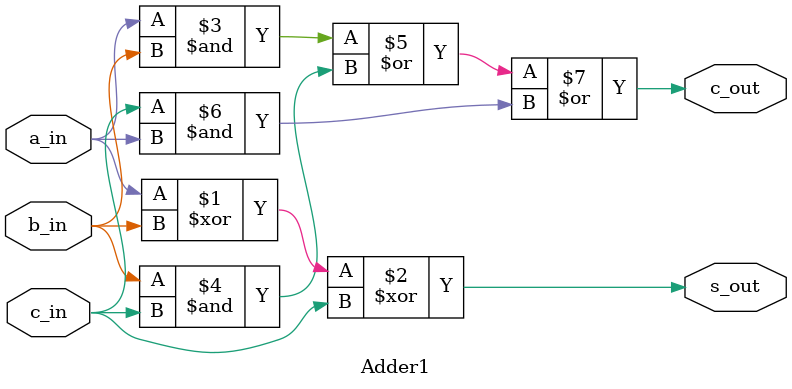
<source format=v>
module Adder1(a_in, b_in, c_in, s_out, c_out);
  input   a_in, b_in, c_in;
  output  s_out, c_out;

  assign s_out = a_in ^ b_in ^ c_in;
  assign c_out = (a_in & b_in) | (b_in & c_in) | (c_in & a_in);

endmodule

</source>
